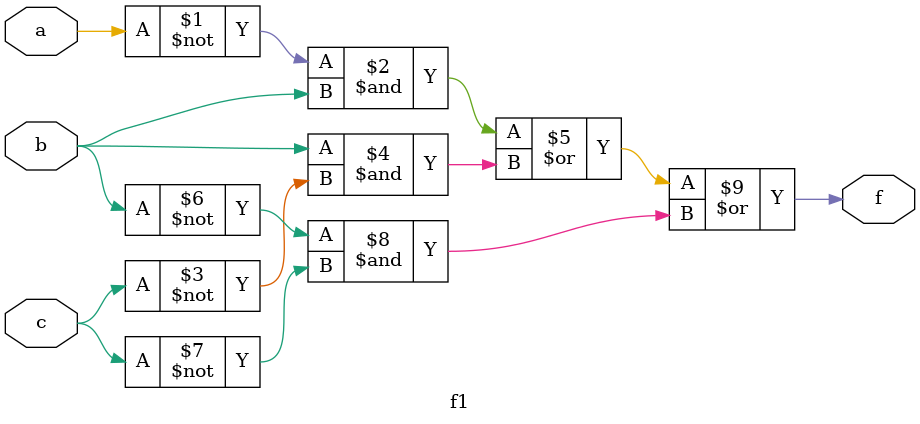
<source format=v>
module f1(a, b, c, f);
input a, b, c;
output f;

assign f = (~a & b) | (b & ~c) | (~b & ~c);

endmodule
</source>
